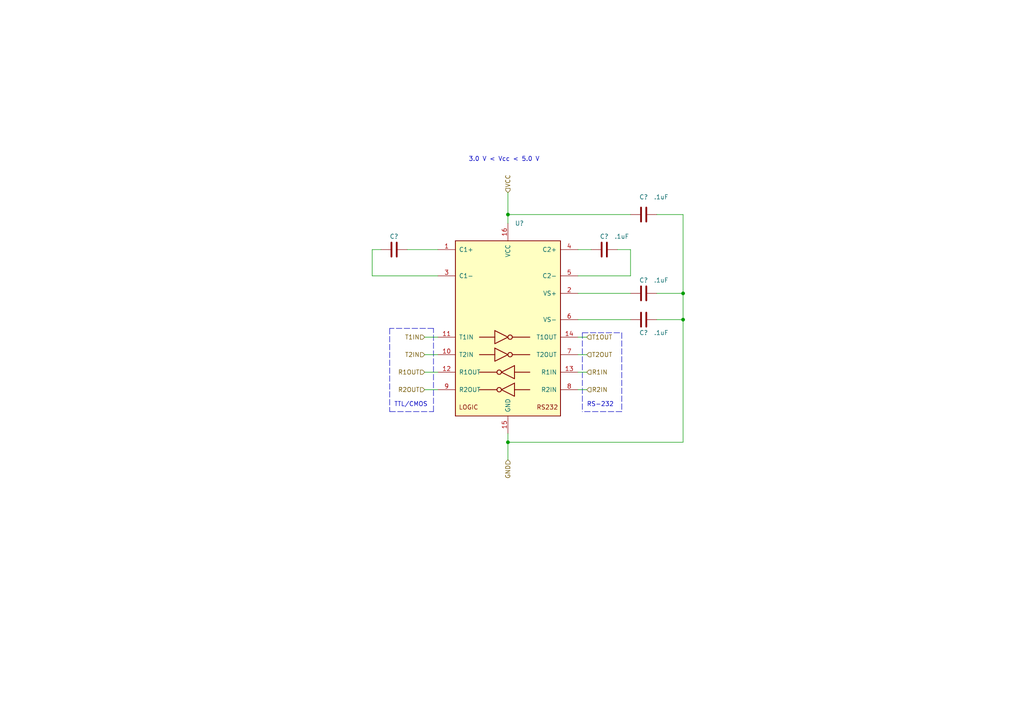
<source format=kicad_sch>
(kicad_sch (version 20211123) (generator eeschema)
  (paper "A4")
  (title_block (title "Sparkfun MAX3232") (company "Guatek"))
  (lib_symbols
    (symbol "Device:C" (pin_numbers hide) (pin_names (offset 0.254))
      (property "Reference" "C" (at 0.635 2.54 0))
      (property "Value" "C" (at 0.635 -2.54 0))
      (symbol "C_0_1"
        (polyline (pts (xy -2.032 -0.762) (xy 2.032 -0.762)) (stroke (width 0.508)))
        (polyline (pts (xy -2.032 0.762) (xy 2.032 0.762)) (stroke (width 0.508)))
      )
      (symbol "C_1_1"
        (pin passive line (at 0 3.81 270) (length 2.794) (name "~") (number "1"))
        (pin passive line (at 0 -3.81 90) (length 2.794) (name "~") (number "2"))
      )
    )
    (symbol "Interface_UART:MAX3232" (pin_names (offset 1.016))
      (property "Reference" "U" (at -2.54 28.575 0))
      (property "Value" "MAX3232" (at -2.54 26.67 0))
      (symbol "MAX3232_0_0"
        (text "LOGIC" (at -11.43 -22.86 0) (effects (font (size 1.27 1.27))))
        (text "RS232" (at 11.43 -22.86 0) (effects (font (size 1.27 1.27))))
      )
      (symbol "MAX3232_0_1"
        (rectangle (start -15.24 -25.4) (end 15.24 25.4) (stroke (width 0.254)) (fill (type background)))
        (circle (center -2.54 -17.78) (radius 0.635) (stroke (width 0.254)))
        (circle (center -2.54 -12.7) (radius 0.635) (stroke (width 0.254)))
        (polyline (pts (xy -3.81 -7.62) (xy -8.255 -7.62)) (stroke (width 0.254)))
        (polyline (pts (xy -3.81 -2.54) (xy -8.255 -2.54)) (stroke (width 0.254)))
        (polyline (pts (xy -3.175 -17.78) (xy -8.255 -17.78)) (stroke (width 0.254)))
        (polyline (pts (xy -3.175 -12.7) (xy -8.255 -12.7)) (stroke (width 0.254)))
        (polyline (pts (xy 1.27 -7.62) (xy 6.35 -7.62)) (stroke (width 0.254)))
        (polyline (pts (xy 1.27 -2.54) (xy 6.35 -2.54)) (stroke (width 0.254)))
        (polyline (pts (xy 1.905 -17.78) (xy 6.35 -17.78)) (stroke (width 0.254)))
        (polyline (pts (xy 1.905 -12.7) (xy 6.35 -12.7)) (stroke (width 0.254)))
        (polyline (pts (xy -3.81 -5.715) (xy -3.81 -9.525) (xy 0 -7.62) (xy -3.81 -5.715)) (stroke (width 0.254)))
        (polyline (pts (xy -3.81 -0.635) (xy -3.81 -4.445) (xy 0 -2.54) (xy -3.81 -0.635)) (stroke (width 0.254)))
        (polyline (pts (xy 1.905 -15.875) (xy 1.905 -19.685) (xy -1.905 -17.78) (xy 1.905 -15.875)) (stroke (width 0.254)))
        (polyline (pts (xy 1.905 -10.795) (xy 1.905 -14.605) (xy -1.905 -12.7) (xy 1.905 -10.795)) (stroke (width 0.254)))
        (circle (center 0.635 -7.62) (radius 0.635) (stroke (width 0.254)))
        (circle (center 0.635 -2.54) (radius 0.635) (stroke (width 0.254)))
      )
      (symbol "MAX3232_1_1"
        (pin passive line (at -20.32 22.86 0) (length 5.08) (name "C1+") (number "1"))
        (pin input line (at -20.32 -7.62 0) (length 5.08) (name "T2IN") (number "10"))
        (pin input line (at -20.32 -2.54 0) (length 5.08) (name "T1IN") (number "11"))
        (pin output line (at -20.32 -12.7 0) (length 5.08) (name "R1OUT") (number "12"))
        (pin input line (at 20.32 -12.7 180) (length 5.08) (name "R1IN") (number "13"))
        (pin output line (at 20.32 -2.54 180) (length 5.08) (name "T1OUT") (number "14"))
        (pin power_in line (at 0 -30.48 90) (length 5.08) (name "GND") (number "15"))
        (pin power_in line (at 0 30.48 270) (length 5.08) (name "VCC") (number "16"))
        (pin power_out line (at 20.32 10.16 180) (length 5.08) (name "VS+") (number "2"))
        (pin passive line (at -20.32 15.24 0) (length 5.08) (name "C1-") (number "3"))
        (pin passive line (at 20.32 22.86 180) (length 5.08) (name "C2+") (number "4"))
        (pin passive line (at 20.32 15.24 180) (length 5.08) (name "C2-") (number "5"))
        (pin power_out line (at 20.32 2.54 180) (length 5.08) (name "VS-") (number "6"))
        (pin output line (at 20.32 -7.62 180) (length 5.08) (name "T2OUT") (number "7"))
        (pin input line (at 20.32 -17.78 180) (length 5.08) (name "R2IN") (number "8"))
        (pin output line (at -20.32 -17.78 0) (length 5.08) (name "R2OUT") (number "9"))
      )
    )
  )
  (junction (at 198.12 92.71))
  (junction (at 147.32 62.23))
  (junction (at 147.32 128.27))
  (junction (at 198.12 85.09))
  (wire (pts (xy 167.64 92.71) (xy 182.88 92.71)))
  (wire (pts (xy 179.07 72.39) (xy 182.88 72.39)))
  (polyline (pts (xy 168.91 96.52) (xy 168.91 119.38)))
  (wire (pts (xy 147.32 62.23) (xy 147.32 64.77)))
  (wire (pts (xy 147.32 55.88) (xy 147.32 62.23)))
  (wire (pts (xy 167.64 97.79) (xy 170.18 97.79)))
  (wire (pts (xy 190.5 62.23) (xy 198.12 62.23)))
  (wire (pts (xy 167.64 113.03) (xy 170.18 113.03)))
  (polyline (pts (xy 168.91 96.52) (xy 180.34 96.52)))
  (wire (pts (xy 123.19 102.87) (xy 127 102.87)))
  (polyline (pts (xy 180.34 96.52) (xy 180.34 119.38)))
  (wire (pts (xy 190.5 85.09) (xy 198.12 85.09)))
  (polyline (pts (xy 113.03 119.38) (xy 125.73 119.38)))
  (wire (pts (xy 182.88 80.01) (xy 182.88 72.39)))
  (wire (pts (xy 107.95 80.01) (xy 107.95 72.39)))
  (wire (pts (xy 123.19 97.79) (xy 127 97.79)))
  (wire (pts (xy 147.32 128.27) (xy 198.12 128.27)))
  (wire (pts (xy 123.19 107.95) (xy 127 107.95)))
  (wire (pts (xy 167.64 72.39) (xy 171.45 72.39)))
  (wire (pts (xy 147.32 128.27) (xy 147.32 133.35)))
  (polyline (pts (xy 180.34 119.38) (xy 168.91 119.38)))
  (polyline (pts (xy 113.03 95.25) (xy 113.03 119.38)))
  (wire (pts (xy 167.64 107.95) (xy 170.18 107.95)))
  (wire (pts (xy 107.95 72.39) (xy 110.49 72.39)))
  (wire (pts (xy 190.5 92.71) (xy 198.12 92.71)))
  (wire (pts (xy 123.19 113.03) (xy 127 113.03)))
  (wire (pts (xy 127 80.01) (xy 107.95 80.01)))
  (wire (pts (xy 147.32 125.73) (xy 147.32 128.27)))
  (wire (pts (xy 167.64 85.09) (xy 182.88 85.09)))
  (polyline (pts (xy 125.73 95.25) (xy 113.03 95.25)))
  (wire (pts (xy 167.64 102.87) (xy 170.18 102.87)))
  (wire (pts (xy 118.11 72.39) (xy 127 72.39)))
  (wire (pts (xy 198.12 62.23) (xy 198.12 85.09)))
  (wire (pts (xy 182.88 62.23) (xy 147.32 62.23)))
  (polyline (pts (xy 125.73 119.38) (xy 125.73 95.25)))
  (wire (pts (xy 198.12 92.71) (xy 198.12 128.27)))
  (wire (pts (xy 198.12 85.09) (xy 198.12 92.71)))
  (wire (pts (xy 167.64 80.01) (xy 182.88 80.01)))
  (text "TTL/CMOS" (at 114.3 118.11 0) (effects (font (size 1.27 1.27)) (justify left bottom)))
  (text "3.0 V < Vcc < 5.0 V" (at 135.89 46.99 0) (effects (font (size 1.27 1.27)) (justify left bottom)))
  (text "RS-232" (at 170.18 118.11 0) (effects (font (size 1.27 1.27)) (justify left bottom)))
  (hierarchical_label "T1IN" (shape input) (at 123.19 97.79 180))
  (hierarchical_label "VCC" (shape input) (at 147.32 55.88 90))
  (hierarchical_label "R2IN" (shape input) (at 170.18 113.03 0))
  (hierarchical_label "R1OUT" (shape input) (at 123.19 107.95 180))
  (hierarchical_label "R2OUT" (shape input) (at 123.19 113.03 180))
  (hierarchical_label "T2OUT" (shape input) (at 170.18 102.87 0))
  (hierarchical_label "R1IN" (shape input) (at 170.18 107.95 0))
  (hierarchical_label "T2IN" (shape input) (at 123.19 102.87 180))
  (hierarchical_label "T1OUT" (shape input) (at 170.18 97.79 0))
  (hierarchical_label "GND" (shape input) (at 147.32 133.35 270))
  (symbol (lib_id "Interface_UART:MAX3232") (at 147.32 95.25 0) (unit 1)
    (property "Reference" "U?" (at 149.3394 64.77 0) (effects (justify left)))
    (property "Datasheet" "https://datasheets.maximintegrated.com/en/ds/MAX3222-MAX3241.pdf" (effects hide))
  )
  (symbol (lib_id "Device:C") (at 186.69 62.23 90) (unit 1)
    (property "Reference" "C?" (at 186.69 57.15 90))
    (property "Value" ".1uF" (at 191.77 57.15 90))
  )
  (symbol (lib_id "Device:C") (at 186.69 92.71 90) (unit 1)
    (property "Reference" "C?" (at 186.69 96.52 90))
    (property "Value" ".1uF" (at 191.77 96.52 90))
  )
  (symbol (lib_id "Device:C") (at 186.69 85.09 90) (unit 1)
    (property "Reference" "C?" (at 186.69 81.28 90))
    (property "Value" ".1uF" (at 191.77 81.28 90))
  )
  (symbol (lib_id "Device:C") (at 175.26 72.39 90) (unit 1)
    (property "Reference" "C?" (at 175.26 68.58 90))
    (property "Value" ".1uF" (at 180.34 68.58 90))
  )
  (symbol (lib_id "Device:C") (at 114.3 72.39 90) (unit 1)
    (property "Reference" "C?" (at 114.3 68.58 90))
  )
)
</source>
